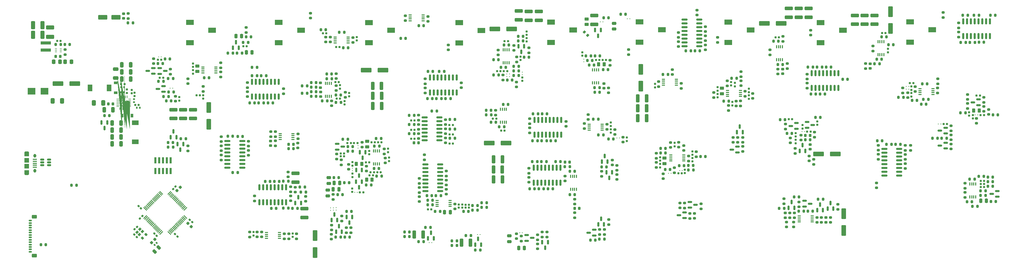
<source format=gtp>
G04 #@! TF.GenerationSoftware,KiCad,Pcbnew,(6.0.10)*
G04 #@! TF.CreationDate,2024-12-22T14:36:44+01:00*
G04 #@! TF.ProjectId,3_12_2024_MainBoardMCUwInstruments,335f3132-5f32-4303-9234-5f4d61696e42,rev?*
G04 #@! TF.SameCoordinates,Original*
G04 #@! TF.FileFunction,Paste,Top*
G04 #@! TF.FilePolarity,Positive*
%FSLAX46Y46*%
G04 Gerber Fmt 4.6, Leading zero omitted, Abs format (unit mm)*
G04 Created by KiCad (PCBNEW (6.0.10)) date 2024-12-22 14:36:44*
%MOMM*%
%LPD*%
G01*
G04 APERTURE LIST*
G04 Aperture macros list*
%AMRoundRect*
0 Rectangle with rounded corners*
0 $1 Rounding radius*
0 $2 $3 $4 $5 $6 $7 $8 $9 X,Y pos of 4 corners*
0 Add a 4 corners polygon primitive as box body*
4,1,4,$2,$3,$4,$5,$6,$7,$8,$9,$2,$3,0*
0 Add four circle primitives for the rounded corners*
1,1,$1+$1,$2,$3*
1,1,$1+$1,$4,$5*
1,1,$1+$1,$6,$7*
1,1,$1+$1,$8,$9*
0 Add four rect primitives between the rounded corners*
20,1,$1+$1,$2,$3,$4,$5,0*
20,1,$1+$1,$4,$5,$6,$7,0*
20,1,$1+$1,$6,$7,$8,$9,0*
20,1,$1+$1,$8,$9,$2,$3,0*%
%AMRotRect*
0 Rectangle, with rotation*
0 The origin of the aperture is its center*
0 $1 length*
0 $2 width*
0 $3 Rotation angle, in degrees counterclockwise*
0 Add horizontal line*
21,1,$1,$2,0,0,$3*%
%AMFreePoly0*
4,1,57,0.194009,0.449029,0.214144,0.449029,0.231583,0.438961,0.251037,0.433748,0.265277,0.419508,0.282717,0.409439,0.409439,0.282717,0.419508,0.265277,0.433748,0.251037,0.438960,0.231585,0.449030,0.214144,0.449030,0.194005,0.454242,0.174554,0.454242,-0.174554,0.449030,-0.194005,0.449030,-0.214144,0.438960,-0.231585,0.433748,-0.251037,0.419508,-0.265277,0.409439,-0.282717,
0.282717,-0.409439,0.265277,-0.419508,0.251037,-0.433748,0.231583,-0.438961,0.214144,-0.449029,0.194009,-0.449029,0.174554,-0.454242,-0.174554,-0.454242,-0.194005,-0.449030,-0.214144,-0.449030,-0.231585,-0.438960,-0.251037,-0.433748,-0.265277,-0.419508,-0.282717,-0.409439,-0.409439,-0.282717,-0.419508,-0.265277,-0.433748,-0.251037,-0.438961,-0.231583,-0.449029,-0.214144,-0.449029,-0.194009,
-0.454242,-0.174554,-0.454242,0.174554,-0.449029,0.194009,-0.449029,0.214144,-0.438961,0.231583,-0.433748,0.251037,-0.419508,0.265277,-0.409439,0.282717,-0.282717,0.409439,-0.265277,0.419508,-0.251037,0.433748,-0.231585,0.438960,-0.214144,0.449030,-0.194005,0.449030,-0.174554,0.454242,0.174554,0.454242,0.194009,0.449029,0.194009,0.449029,$1*%
G04 Aperture macros list end*
%ADD10R,0.711200X0.228600*%
%ADD11R,2.600000X1.800000*%
%ADD12RoundRect,0.250000X-0.325000X-1.100000X0.325000X-1.100000X0.325000X1.100000X-0.325000X1.100000X0*%
%ADD13R,0.250000X0.360000*%
%ADD14RoundRect,0.250000X-0.262500X-0.450000X0.262500X-0.450000X0.262500X0.450000X-0.262500X0.450000X0*%
%ADD15RoundRect,0.200000X-0.275000X0.200000X-0.275000X-0.200000X0.275000X-0.200000X0.275000X0.200000X0*%
%ADD16RoundRect,0.250000X-0.325000X-0.650000X0.325000X-0.650000X0.325000X0.650000X-0.325000X0.650000X0*%
%ADD17R,0.360000X0.250000*%
%ADD18RoundRect,0.135000X-0.135000X-0.185000X0.135000X-0.185000X0.135000X0.185000X-0.135000X0.185000X0*%
%ADD19RoundRect,0.225000X-0.250000X0.225000X-0.250000X-0.225000X0.250000X-0.225000X0.250000X0.225000X0*%
%ADD20RoundRect,0.200000X0.275000X-0.200000X0.275000X0.200000X-0.275000X0.200000X-0.275000X-0.200000X0*%
%ADD21RoundRect,0.250000X-0.250000X-0.475000X0.250000X-0.475000X0.250000X0.475000X-0.250000X0.475000X0*%
%ADD22RoundRect,0.200000X-0.200000X-0.275000X0.200000X-0.275000X0.200000X0.275000X-0.200000X0.275000X0*%
%ADD23RoundRect,0.225000X-0.225000X-0.250000X0.225000X-0.250000X0.225000X0.250000X-0.225000X0.250000X0*%
%ADD24RoundRect,0.155000X0.212500X0.155000X-0.212500X0.155000X-0.212500X-0.155000X0.212500X-0.155000X0*%
%ADD25RoundRect,0.155000X0.155000X-0.212500X0.155000X0.212500X-0.155000X0.212500X-0.155000X-0.212500X0*%
%ADD26RoundRect,0.250000X1.100000X-0.325000X1.100000X0.325000X-1.100000X0.325000X-1.100000X-0.325000X0*%
%ADD27RoundRect,0.150000X0.587500X0.150000X-0.587500X0.150000X-0.587500X-0.150000X0.587500X-0.150000X0*%
%ADD28RoundRect,0.155000X-0.155000X0.212500X-0.155000X-0.212500X0.155000X-0.212500X0.155000X0.212500X0*%
%ADD29RoundRect,0.155000X-0.212500X-0.155000X0.212500X-0.155000X0.212500X0.155000X-0.212500X0.155000X0*%
%ADD30RoundRect,0.200000X0.200000X0.275000X-0.200000X0.275000X-0.200000X-0.275000X0.200000X-0.275000X0*%
%ADD31RoundRect,0.225000X0.250000X-0.225000X0.250000X0.225000X-0.250000X0.225000X-0.250000X-0.225000X0*%
%ADD32RoundRect,0.250000X1.100000X-0.412500X1.100000X0.412500X-1.100000X0.412500X-1.100000X-0.412500X0*%
%ADD33RoundRect,0.150000X-0.825000X-0.150000X0.825000X-0.150000X0.825000X0.150000X-0.825000X0.150000X0*%
%ADD34RoundRect,0.150000X0.825000X0.150000X-0.825000X0.150000X-0.825000X-0.150000X0.825000X-0.150000X0*%
%ADD35R,1.100000X0.400000*%
%ADD36RoundRect,0.250000X-0.550000X1.500000X-0.550000X-1.500000X0.550000X-1.500000X0.550000X1.500000X0*%
%ADD37RoundRect,0.155000X0.259862X-0.040659X-0.040659X0.259862X-0.259862X0.040659X0.040659X-0.259862X0*%
%ADD38RoundRect,0.150000X-0.150000X0.587500X-0.150000X-0.587500X0.150000X-0.587500X0.150000X0.587500X0*%
%ADD39RoundRect,0.250000X-0.475000X0.250000X-0.475000X-0.250000X0.475000X-0.250000X0.475000X0.250000X0*%
%ADD40RoundRect,0.200000X-0.335876X-0.053033X-0.053033X-0.335876X0.335876X0.053033X0.053033X0.335876X0*%
%ADD41RoundRect,0.250000X0.262500X0.450000X-0.262500X0.450000X-0.262500X-0.450000X0.262500X-0.450000X0*%
%ADD42R,0.400000X1.100000*%
%ADD43RoundRect,0.125000X-0.425000X0.125000X-0.425000X-0.125000X0.425000X-0.125000X0.425000X0.125000X0*%
%ADD44RoundRect,0.250000X-0.600000X0.350000X-0.600000X-0.350000X0.600000X-0.350000X0.600000X0.350000X0*%
%ADD45RoundRect,0.250000X1.500000X0.550000X-1.500000X0.550000X-1.500000X-0.550000X1.500000X-0.550000X0*%
%ADD46RoundRect,0.250000X0.325000X0.650000X-0.325000X0.650000X-0.325000X-0.650000X0.325000X-0.650000X0*%
%ADD47RoundRect,0.150000X-0.587500X-0.150000X0.587500X-0.150000X0.587500X0.150000X-0.587500X0.150000X0*%
%ADD48RoundRect,0.150000X-0.150000X0.825000X-0.150000X-0.825000X0.150000X-0.825000X0.150000X0.825000X0*%
%ADD49RoundRect,0.250000X0.412500X1.100000X-0.412500X1.100000X-0.412500X-1.100000X0.412500X-1.100000X0*%
%ADD50RoundRect,0.150000X0.150000X-0.587500X0.150000X0.587500X-0.150000X0.587500X-0.150000X-0.587500X0*%
%ADD51RoundRect,0.250000X0.250000X0.475000X-0.250000X0.475000X-0.250000X-0.475000X0.250000X-0.475000X0*%
%ADD52RoundRect,0.225000X-0.017678X0.335876X-0.335876X0.017678X0.017678X-0.335876X0.335876X-0.017678X0*%
%ADD53RoundRect,0.250000X0.325000X1.100000X-0.325000X1.100000X-0.325000X-1.100000X0.325000X-1.100000X0*%
%ADD54RoundRect,0.250000X-0.337500X-0.475000X0.337500X-0.475000X0.337500X0.475000X-0.337500X0.475000X0*%
%ADD55RoundRect,0.250000X-1.100000X0.325000X-1.100000X-0.325000X1.100000X-0.325000X1.100000X0.325000X0*%
%ADD56R,1.200000X0.900000*%
%ADD57RoundRect,0.250000X-0.412500X-0.650000X0.412500X-0.650000X0.412500X0.650000X-0.412500X0.650000X0*%
%ADD58RoundRect,0.150000X-0.512500X-0.150000X0.512500X-0.150000X0.512500X0.150000X-0.512500X0.150000X0*%
%ADD59R,1.500000X2.200000*%
%ADD60RoundRect,0.155000X-0.259862X0.040659X0.040659X-0.259862X0.259862X-0.040659X-0.040659X0.259862X0*%
%ADD61R,2.200000X1.500000*%
%ADD62RoundRect,0.135000X0.135000X0.185000X-0.135000X0.185000X-0.135000X-0.185000X0.135000X-0.185000X0*%
%ADD63R,3.400000X0.980000*%
%ADD64RoundRect,0.250000X0.475000X-0.250000X0.475000X0.250000X-0.475000X0.250000X-0.475000X-0.250000X0*%
%ADD65RoundRect,0.155000X-0.040659X-0.259862X0.259862X0.040659X0.040659X0.259862X-0.259862X-0.040659X0*%
%ADD66RoundRect,0.225000X0.225000X0.250000X-0.225000X0.250000X-0.225000X-0.250000X0.225000X-0.250000X0*%
%ADD67RoundRect,0.250000X0.550000X-1.500000X0.550000X1.500000X-0.550000X1.500000X-0.550000X-1.500000X0*%
%ADD68RoundRect,0.250000X-0.650000X0.325000X-0.650000X-0.325000X0.650000X-0.325000X0.650000X0.325000X0*%
%ADD69RoundRect,0.135000X-0.185000X0.135000X-0.185000X-0.135000X0.185000X-0.135000X0.185000X0.135000X0*%
%ADD70RoundRect,0.225000X-0.335876X-0.017678X-0.017678X-0.335876X0.335876X0.017678X0.017678X0.335876X0*%
%ADD71RoundRect,0.155000X0.040659X0.259862X-0.259862X-0.040659X-0.040659X-0.259862X0.259862X0.040659X0*%
%ADD72RoundRect,0.250000X-1.500000X-0.550000X1.500000X-0.550000X1.500000X0.550000X-1.500000X0.550000X0*%
%ADD73R,0.750000X2.100000*%
%ADD74RoundRect,0.250000X-0.450000X0.262500X-0.450000X-0.262500X0.450000X-0.262500X0.450000X0.262500X0*%
%ADD75RoundRect,0.150000X0.150000X-0.825000X0.150000X0.825000X-0.150000X0.825000X-0.150000X-0.825000X0*%
%ADD76R,0.900000X1.200000*%
%ADD77RoundRect,0.250000X0.450000X-0.262500X0.450000X0.262500X-0.450000X0.262500X-0.450000X-0.262500X0*%
%ADD78RoundRect,0.250000X-0.159099X0.512652X-0.512652X0.159099X0.159099X-0.512652X0.512652X-0.159099X0*%
%ADD79R,2.500000X2.300000*%
%ADD80RoundRect,0.250000X0.337500X0.475000X-0.337500X0.475000X-0.337500X-0.475000X0.337500X-0.475000X0*%
%ADD81RoundRect,0.200000X0.053033X-0.335876X0.335876X-0.053033X-0.053033X0.335876X-0.335876X0.053033X0*%
%ADD82O,0.950000X1.250000*%
%ADD83O,1.550000X0.890000*%
%ADD84R,1.350000X0.400000*%
%ADD85R,1.550000X1.500000*%
%ADD86R,1.550000X1.200000*%
%ADD87RoundRect,0.147500X0.017678X-0.226274X0.226274X-0.017678X-0.017678X0.226274X-0.226274X0.017678X0*%
%ADD88RoundRect,0.250000X1.250000X0.550000X-1.250000X0.550000X-1.250000X-0.550000X1.250000X-0.550000X0*%
%ADD89RoundRect,0.225000X0.017678X-0.335876X0.335876X-0.017678X-0.017678X0.335876X-0.335876X0.017678X0*%
%ADD90FreePoly0,0.000000*%
%ADD91RoundRect,0.062500X-0.325000X-0.062500X0.325000X-0.062500X0.325000X0.062500X-0.325000X0.062500X0*%
%ADD92RoundRect,0.062500X-0.062500X-0.325000X0.062500X-0.325000X0.062500X0.325000X-0.062500X0.325000X0*%
%ADD93RoundRect,0.075000X-0.441942X-0.548008X0.548008X0.441942X0.441942X0.548008X-0.548008X-0.441942X0*%
%ADD94RoundRect,0.075000X0.441942X-0.548008X0.548008X-0.441942X-0.441942X0.548008X-0.548008X0.441942X0*%
%ADD95RotRect,0.900000X0.800000X225.000000*%
G04 APERTURE END LIST*
D10*
X58389837Y-142155474D03*
X58389837Y-142655600D03*
X58389837Y-143155726D03*
X59990037Y-143155726D03*
X59990037Y-142655600D03*
X59990037Y-142155474D03*
D11*
X103000000Y-133350000D03*
X103000000Y-140100000D03*
X110400000Y-135950000D03*
X200100000Y-136050000D03*
X192700000Y-140200000D03*
X192700000Y-133450000D03*
X320450000Y-136000000D03*
X313050000Y-140150000D03*
X313050000Y-133400000D03*
X170050000Y-136000000D03*
X162650000Y-140150000D03*
X162650000Y-133400000D03*
X230650000Y-135850000D03*
X223250000Y-140000000D03*
X223250000Y-133250000D03*
X260150000Y-135800000D03*
X252750000Y-139950000D03*
X252750000Y-133200000D03*
X289700000Y-135850000D03*
X282300000Y-140000000D03*
X282300000Y-133250000D03*
X140000000Y-135950000D03*
X132600000Y-140100000D03*
X132600000Y-133350000D03*
X350200000Y-135800000D03*
X342800000Y-139950000D03*
X342800000Y-133200000D03*
D12*
X193450000Y-206775000D03*
X196400000Y-206775000D03*
D13*
X208520000Y-151365000D03*
X208520000Y-150525000D03*
D14*
X158451119Y-180511119D03*
X160276119Y-180511119D03*
D15*
X273200000Y-193812500D03*
X273200000Y-195462500D03*
D16*
X77150000Y-171500000D03*
X80100000Y-171500000D03*
D17*
X307682500Y-169730000D03*
X306842500Y-169730000D03*
D18*
X85322500Y-161800000D03*
X86342500Y-161800000D03*
D13*
X209490000Y-150492500D03*
X209490000Y-151332500D03*
D19*
X300415000Y-148887500D03*
X300415000Y-150437500D03*
D20*
X282356250Y-162712500D03*
X282356250Y-161062500D03*
D21*
X366349500Y-192770500D03*
X368249500Y-192770500D03*
D15*
X243644000Y-179206250D03*
X243644000Y-180856250D03*
D22*
X220065000Y-179766231D03*
X221715000Y-179766231D03*
D23*
X227895000Y-179885000D03*
X229445000Y-179885000D03*
D20*
X122935392Y-204857500D03*
X122935392Y-203207500D03*
D24*
X367482000Y-186180500D03*
X366347000Y-186180500D03*
D25*
X259577500Y-181662500D03*
X259577500Y-180527500D03*
D26*
X100775000Y-165375000D03*
X100775000Y-162425000D03*
D27*
X94222500Y-156460000D03*
X94222500Y-154560000D03*
X92347500Y-155510000D03*
D15*
X174790000Y-131105000D03*
X174790000Y-132755000D03*
D28*
X289136250Y-155470000D03*
X289136250Y-156605000D03*
D29*
X155456119Y-173531119D03*
X156591119Y-173531119D03*
D30*
X213985000Y-138002500D03*
X212335000Y-138002500D03*
D31*
X146520000Y-158068750D03*
X146520000Y-156518750D03*
D15*
X341229000Y-180374000D03*
X341229000Y-182024000D03*
D30*
X183925000Y-149700000D03*
X182275000Y-149700000D03*
D22*
X268985000Y-180990000D03*
X270635000Y-180990000D03*
X121712500Y-138150000D03*
X123362500Y-138150000D03*
D20*
X367400000Y-163002500D03*
X367400000Y-161352500D03*
D29*
X120795000Y-141275000D03*
X121930000Y-141275000D03*
D15*
X153443619Y-179186119D03*
X153443619Y-180836119D03*
D13*
X158973619Y-175261119D03*
X158973619Y-174421119D03*
D22*
X366269500Y-189460500D03*
X367919500Y-189460500D03*
D20*
X155873619Y-182296119D03*
X155873619Y-180646119D03*
D23*
X75875000Y-160550000D03*
X77425000Y-160550000D03*
D15*
X113250000Y-149867500D03*
X113250000Y-151517500D03*
D22*
X237905000Y-144500000D03*
X239555000Y-144500000D03*
D20*
X318750000Y-195625000D03*
X318750000Y-193975000D03*
X113439500Y-176137750D03*
X113439500Y-174487750D03*
D32*
X56500000Y-138162500D03*
X56500000Y-135037500D03*
D12*
X204100000Y-182350000D03*
X207050000Y-182350000D03*
D33*
X267715000Y-132377500D03*
X267715000Y-133647500D03*
X267715000Y-134917500D03*
X267715000Y-136187500D03*
X267715000Y-137457500D03*
X267715000Y-138727500D03*
X267715000Y-139997500D03*
X267715000Y-141267500D03*
X272665000Y-141267500D03*
X272665000Y-139997500D03*
X272665000Y-138727500D03*
X272665000Y-137457500D03*
X272665000Y-136187500D03*
X272665000Y-134917500D03*
X272665000Y-133647500D03*
X272665000Y-132377500D03*
D28*
X213110000Y-144735000D03*
X213110000Y-145870000D03*
D30*
X201819608Y-194997370D03*
X200169608Y-194997370D03*
D27*
X267685000Y-198567500D03*
X267685000Y-196667500D03*
X265810000Y-197617500D03*
D22*
X359615000Y-163520000D03*
X361265000Y-163520000D03*
X115614500Y-171312750D03*
X117264500Y-171312750D03*
D15*
X151700000Y-154408750D03*
X151700000Y-156058750D03*
X181375000Y-152175000D03*
X181375000Y-153825000D03*
D20*
X136567500Y-192800000D03*
X136567500Y-191150000D03*
D25*
X311875000Y-167482500D03*
X311875000Y-166347500D03*
D34*
X120454500Y-181772750D03*
X120454500Y-180502750D03*
X120454500Y-179232750D03*
X120454500Y-177962750D03*
X120454500Y-176692750D03*
X120454500Y-175422750D03*
X120454500Y-174152750D03*
X120454500Y-172882750D03*
X115504500Y-172882750D03*
X115504500Y-174152750D03*
X115504500Y-175422750D03*
X115504500Y-176692750D03*
X115504500Y-177962750D03*
X115504500Y-179232750D03*
X115504500Y-180502750D03*
X115504500Y-181772750D03*
D13*
X234190000Y-146470000D03*
X234190000Y-145630000D03*
D35*
X305915000Y-197875000D03*
X305915000Y-198525000D03*
X305915000Y-199175000D03*
X305915000Y-199825000D03*
X310215000Y-199825000D03*
X310215000Y-199175000D03*
X310215000Y-198525000D03*
X310215000Y-197875000D03*
D28*
X104050000Y-147050000D03*
X104050000Y-148185000D03*
D30*
X138832500Y-195275000D03*
X137182500Y-195275000D03*
D20*
X122489500Y-174587750D03*
X122489500Y-172937750D03*
D25*
X152960000Y-155411250D03*
X152960000Y-154276250D03*
D30*
X94215000Y-153015000D03*
X92565000Y-153015000D03*
X201819608Y-193472370D03*
X200169608Y-193472370D03*
D36*
X253135000Y-148965000D03*
X253135000Y-154565000D03*
D22*
X298770000Y-147407500D03*
X300420000Y-147407500D03*
D29*
X194777108Y-195062370D03*
X195912108Y-195062370D03*
D22*
X268155000Y-142802500D03*
X269805000Y-142802500D03*
D20*
X242463750Y-200727500D03*
X242463750Y-199077500D03*
D15*
X220337500Y-203225000D03*
X220337500Y-204875000D03*
D24*
X166541119Y-183281119D03*
X165406119Y-183281119D03*
D20*
X129925000Y-171430000D03*
X129925000Y-169780000D03*
D17*
X96457500Y-155260000D03*
X97297500Y-155260000D03*
D22*
X189600000Y-171913489D03*
X191250000Y-171913489D03*
D37*
X91951283Y-204476283D03*
X91148717Y-203673717D03*
D38*
X160283619Y-182533619D03*
X158383619Y-182533619D03*
X159333619Y-184408619D03*
D22*
X364072500Y-130972500D03*
X365722500Y-130972500D03*
D20*
X98231250Y-159610000D03*
X98231250Y-157960000D03*
D15*
X157321250Y-138400000D03*
X157321250Y-140050000D03*
D35*
X346100000Y-155435000D03*
X346100000Y-156085000D03*
X346100000Y-156735000D03*
X346100000Y-157385000D03*
X350400000Y-157385000D03*
X350400000Y-156735000D03*
X350400000Y-156085000D03*
X350400000Y-155435000D03*
D17*
X182730000Y-206775000D03*
X183570000Y-206775000D03*
D22*
X280766250Y-159617500D03*
X282416250Y-159617500D03*
D29*
X298002500Y-138370000D03*
X299137500Y-138370000D03*
D22*
X190275000Y-207650000D03*
X191925000Y-207650000D03*
D37*
X85316271Y-204874216D03*
X84513705Y-204071650D03*
D39*
X149233619Y-185088619D03*
X149233619Y-186988619D03*
D40*
X234316637Y-136516637D03*
X235483363Y-137683363D03*
D15*
X134200000Y-155475000D03*
X134200000Y-157125000D03*
D20*
X150175000Y-161138750D03*
X150175000Y-159488750D03*
X298805000Y-150550000D03*
X298805000Y-148900000D03*
D30*
X142052500Y-154485000D03*
X140402500Y-154485000D03*
D22*
X240775000Y-131850000D03*
X242425000Y-131850000D03*
D28*
X104050000Y-149275000D03*
X104050000Y-150410000D03*
D41*
X163676119Y-185781119D03*
X161851119Y-185781119D03*
D30*
X362022500Y-130972500D03*
X360372500Y-130972500D03*
D25*
X158571250Y-139392500D03*
X158571250Y-138257500D03*
D20*
X316350000Y-200000000D03*
X316350000Y-198350000D03*
D42*
X207305000Y-146772500D03*
X207955000Y-146772500D03*
X208605000Y-146772500D03*
X209255000Y-146772500D03*
X209255000Y-142472500D03*
X208605000Y-142472500D03*
X207955000Y-142472500D03*
X207305000Y-142472500D03*
D30*
X363392000Y-193098000D03*
X361742000Y-193098000D03*
D20*
X352000000Y-156860000D03*
X352000000Y-155210000D03*
D22*
X174475000Y-203150000D03*
X176125000Y-203150000D03*
D29*
X58832500Y-139500000D03*
X59967500Y-139500000D03*
D20*
X138985000Y-172135000D03*
X138985000Y-170485000D03*
D15*
X240134000Y-182976250D03*
X240134000Y-184626250D03*
D20*
X188125000Y-167413489D03*
X188125000Y-165763489D03*
D30*
X220845000Y-188766231D03*
X219195000Y-188766231D03*
D13*
X157143619Y-181971119D03*
X157143619Y-182811119D03*
D20*
X356419500Y-175504750D03*
X356419500Y-173854750D03*
D22*
X350294500Y-171929750D03*
X351944500Y-171929750D03*
D30*
X218685000Y-179776231D03*
X217035000Y-179776231D03*
D20*
X342025000Y-158435000D03*
X342025000Y-156785000D03*
D30*
X300900000Y-195325000D03*
X299250000Y-195325000D03*
D29*
X153226119Y-176991119D03*
X154361119Y-176991119D03*
D30*
X153295000Y-159993750D03*
X151645000Y-159993750D03*
D20*
X138485392Y-205457500D03*
X138485392Y-203807500D03*
X107400000Y-156367500D03*
X107400000Y-154717500D03*
D22*
X155598619Y-176301119D03*
X157248619Y-176301119D03*
D20*
X179125000Y-172038489D03*
X179125000Y-170388489D03*
D30*
X183819608Y-192622370D03*
X182169608Y-192622370D03*
X63000000Y-140700000D03*
X61350000Y-140700000D03*
D29*
X308562500Y-169730000D03*
X309697500Y-169730000D03*
D24*
X94107500Y-151765000D03*
X92972500Y-151765000D03*
D15*
X271577500Y-176465000D03*
X271577500Y-178115000D03*
D30*
X65255000Y-187590000D03*
X63605000Y-187590000D03*
X101670625Y-172087500D03*
X100020625Y-172087500D03*
D43*
X49862500Y-199387500D03*
X49862500Y-200187500D03*
X49862500Y-200987500D03*
X49862500Y-201787500D03*
X49862500Y-202587500D03*
X49862500Y-203387500D03*
X49862500Y-204187500D03*
X49862500Y-204987500D03*
X49862500Y-205787500D03*
X49862500Y-206587500D03*
X49862500Y-207387500D03*
X49862500Y-208187500D03*
X49862500Y-208987500D03*
X49862500Y-209787500D03*
D44*
X51262500Y-211087500D03*
X51262500Y-198087500D03*
D33*
X181399608Y-180682370D03*
X181399608Y-181952370D03*
X181399608Y-183222370D03*
X181399608Y-184492370D03*
X181399608Y-185762370D03*
X181399608Y-187032370D03*
X181399608Y-188302370D03*
X181399608Y-189572370D03*
X186349608Y-189572370D03*
X186349608Y-188302370D03*
X186349608Y-187032370D03*
X186349608Y-185762370D03*
X186349608Y-184492370D03*
X186349608Y-183222370D03*
X186349608Y-181952370D03*
X186349608Y-180682370D03*
D22*
X235345000Y-146040000D03*
X236995000Y-146040000D03*
D45*
X64725000Y-153775000D03*
X59125000Y-153775000D03*
D27*
X285366250Y-176667500D03*
X285366250Y-174767500D03*
X283491250Y-175717500D03*
D22*
X207565000Y-140872500D03*
X209215000Y-140872500D03*
D46*
X83275000Y-147500000D03*
X80325000Y-147500000D03*
D16*
X77150000Y-166900000D03*
X80100000Y-166900000D03*
D30*
X186750000Y-158700000D03*
X185100000Y-158700000D03*
D29*
X240442500Y-145840000D03*
X241577500Y-145840000D03*
D47*
X269500000Y-193187500D03*
X269500000Y-195087500D03*
X271375000Y-194137500D03*
D29*
X105207500Y-157625000D03*
X106342500Y-157625000D03*
X159626119Y-190021119D03*
X160761119Y-190021119D03*
D21*
X121837500Y-143325000D03*
X123737500Y-143325000D03*
D48*
X191820000Y-151725000D03*
X190550000Y-151725000D03*
X189280000Y-151725000D03*
X188010000Y-151725000D03*
X186740000Y-151725000D03*
X185470000Y-151725000D03*
X184200000Y-151725000D03*
X182930000Y-151725000D03*
X182930000Y-156675000D03*
X184200000Y-156675000D03*
X185470000Y-156675000D03*
X186740000Y-156675000D03*
X188010000Y-156675000D03*
X189280000Y-156675000D03*
X190550000Y-156675000D03*
X191820000Y-156675000D03*
X369377500Y-133002500D03*
X368107500Y-133002500D03*
X366837500Y-133002500D03*
X365567500Y-133002500D03*
X364297500Y-133002500D03*
X363027500Y-133002500D03*
X361757500Y-133002500D03*
X360487500Y-133002500D03*
X360487500Y-137952500D03*
X361757500Y-137952500D03*
X363027500Y-137952500D03*
X364297500Y-137952500D03*
X365567500Y-137952500D03*
X366837500Y-137952500D03*
X368107500Y-137952500D03*
X369377500Y-137952500D03*
D15*
X205670000Y-142557500D03*
X205670000Y-144207500D03*
D30*
X180875000Y-134470000D03*
X179225000Y-134470000D03*
D29*
X206662500Y-169440000D03*
X207797500Y-169440000D03*
D15*
X301625000Y-199875000D03*
X301625000Y-201525000D03*
D49*
X53962500Y-134250000D03*
X50837500Y-134250000D03*
D22*
X210835000Y-149502500D03*
X212485000Y-149502500D03*
D20*
X242400000Y-156795000D03*
X242400000Y-155145000D03*
D35*
X151385000Y-138235000D03*
X151385000Y-138885000D03*
X151385000Y-139535000D03*
X151385000Y-140185000D03*
X155685000Y-140185000D03*
X155685000Y-139535000D03*
X155685000Y-138885000D03*
X155685000Y-138235000D03*
D22*
X128092500Y-186300000D03*
X129742500Y-186300000D03*
D13*
X149830000Y-195112500D03*
X149830000Y-195952500D03*
D20*
X361097000Y-191643000D03*
X361097000Y-189993000D03*
D30*
X272825000Y-142802500D03*
X271175000Y-142802500D03*
D24*
X190567500Y-167513489D03*
X189432500Y-167513489D03*
D20*
X305825000Y-194850000D03*
X305825000Y-193200000D03*
D50*
X239013750Y-200650000D03*
X240913750Y-200650000D03*
X239963750Y-198775000D03*
D30*
X217795000Y-188776231D03*
X216145000Y-188776231D03*
D22*
X311832500Y-148222500D03*
X313482500Y-148222500D03*
D36*
X320700400Y-197098000D03*
X320700400Y-202698000D03*
D15*
X301955000Y-147057500D03*
X301955000Y-148707500D03*
D22*
X366274500Y-190980500D03*
X367924500Y-190980500D03*
D25*
X259577500Y-179432500D03*
X259577500Y-178297500D03*
D22*
X181924608Y-191102370D03*
X183574608Y-191102370D03*
D42*
X229795000Y-188960000D03*
X230445000Y-188960000D03*
X231095000Y-188960000D03*
X231745000Y-188960000D03*
X231745000Y-184660000D03*
X231095000Y-184660000D03*
X230445000Y-184660000D03*
X229795000Y-184660000D03*
D25*
X284446250Y-154645000D03*
X284446250Y-153510000D03*
D30*
X313850000Y-192275000D03*
X312200000Y-192275000D03*
X310425000Y-196275000D03*
X308775000Y-196275000D03*
D51*
X214412500Y-208550000D03*
X212512500Y-208550000D03*
D35*
X128555392Y-203347500D03*
X128555392Y-203997500D03*
X128555392Y-204647500D03*
X128555392Y-205297500D03*
X132855392Y-205297500D03*
X132855392Y-204647500D03*
X132855392Y-203997500D03*
X132855392Y-203347500D03*
D20*
X143150000Y-131925000D03*
X143150000Y-130275000D03*
D30*
X165978619Y-182031119D03*
X164328619Y-182031119D03*
D25*
X363700000Y-165370000D03*
X363700000Y-164235000D03*
D22*
X155177892Y-196362630D03*
X156827892Y-196362630D03*
D30*
X307400000Y-196275000D03*
X305750000Y-196275000D03*
D42*
X334055000Y-139755000D03*
X333405000Y-139755000D03*
X332755000Y-139755000D03*
X332105000Y-139755000D03*
X332105000Y-144055000D03*
X332755000Y-144055000D03*
X333405000Y-144055000D03*
X334055000Y-144055000D03*
D15*
X267707500Y-193542500D03*
X267707500Y-195192500D03*
D25*
X343275000Y-158052500D03*
X343275000Y-156917500D03*
D38*
X160263619Y-186453619D03*
X158363619Y-186453619D03*
X159313619Y-188328619D03*
D20*
X304075000Y-201525000D03*
X304075000Y-199875000D03*
D25*
X335450000Y-143317500D03*
X335450000Y-142182500D03*
D20*
X361925000Y-162027500D03*
X361925000Y-160377500D03*
D22*
X369535000Y-130970000D03*
X371185000Y-130970000D03*
D20*
X215860000Y-143467500D03*
X215860000Y-141817500D03*
D22*
X139972500Y-189865000D03*
X141622500Y-189865000D03*
X139632500Y-188235000D03*
X141282500Y-188235000D03*
D52*
X91373008Y-205651992D03*
X90276992Y-206748008D03*
D20*
X269037500Y-179535000D03*
X269037500Y-177885000D03*
D22*
X331715000Y-145640000D03*
X333365000Y-145640000D03*
D20*
X341229000Y-175994000D03*
X341229000Y-174344000D03*
D47*
X307677500Y-192800000D03*
X307677500Y-194700000D03*
X309552500Y-193750000D03*
D22*
X265935000Y-181130000D03*
X267585000Y-181130000D03*
D20*
X154780000Y-158288750D03*
X154780000Y-156638750D03*
D15*
X141557500Y-191300000D03*
X141557500Y-192950000D03*
D22*
X259752500Y-175350000D03*
X261402500Y-175350000D03*
D20*
X302775000Y-198475000D03*
X302775000Y-196825000D03*
D53*
X166850000Y-161225000D03*
X163900000Y-161225000D03*
D20*
X134455392Y-205437500D03*
X134455392Y-203787500D03*
D30*
X124550000Y-160150000D03*
X122900000Y-160150000D03*
D20*
X231140000Y-193880000D03*
X231140000Y-192230000D03*
X290416250Y-158662500D03*
X290416250Y-157012500D03*
X264340000Y-183425000D03*
X264340000Y-181775000D03*
D26*
X97525000Y-165375000D03*
X97525000Y-162425000D03*
D22*
X234875000Y-144500000D03*
X236525000Y-144500000D03*
D27*
X354632000Y-175354750D03*
X354632000Y-173454750D03*
X352757000Y-174404750D03*
D20*
X353780000Y-131705000D03*
X353780000Y-130055000D03*
D54*
X61500000Y-146450000D03*
X63575000Y-146450000D03*
D22*
X207345000Y-160690000D03*
X208995000Y-160690000D03*
D21*
X150723619Y-188968619D03*
X152623619Y-188968619D03*
D15*
X331675000Y-186850000D03*
X331675000Y-188500000D03*
D29*
X364932500Y-157752500D03*
X366067500Y-157752500D03*
D25*
X99481250Y-159402500D03*
X99481250Y-158267500D03*
X283186250Y-154375000D03*
X283186250Y-153240000D03*
D55*
X305750000Y-128700000D03*
X305750000Y-131650000D03*
D17*
X262380000Y-183600000D03*
X263220000Y-183600000D03*
D30*
X339636500Y-173954000D03*
X337986500Y-173954000D03*
D20*
X364947200Y-166991800D03*
X364947200Y-165341800D03*
D22*
X208700000Y-152552500D03*
X210350000Y-152552500D03*
D20*
X121787500Y-136687500D03*
X121787500Y-135037500D03*
D48*
X132620000Y-153150000D03*
X131350000Y-153150000D03*
X130080000Y-153150000D03*
X128810000Y-153150000D03*
X127540000Y-153150000D03*
X126270000Y-153150000D03*
X125000000Y-153150000D03*
X123730000Y-153150000D03*
X123730000Y-158100000D03*
X125000000Y-158100000D03*
X126270000Y-158100000D03*
X127540000Y-158100000D03*
X128810000Y-158100000D03*
X130080000Y-158100000D03*
X131350000Y-158100000D03*
X132620000Y-158100000D03*
D19*
X129915000Y-172880000D03*
X129915000Y-174430000D03*
D30*
X157258619Y-174781119D03*
X155608619Y-174781119D03*
X145062500Y-153415000D03*
X143412500Y-153415000D03*
D20*
X160318750Y-174936119D03*
X160318750Y-173286119D03*
D28*
X264412500Y-173512500D03*
X264412500Y-174647500D03*
D20*
X249090000Y-144075000D03*
X249090000Y-142425000D03*
D30*
X333526500Y-172774000D03*
X331876500Y-172774000D03*
D56*
X78300000Y-153500000D03*
X78300000Y-156800000D03*
D20*
X150190000Y-202545000D03*
X150190000Y-200895000D03*
X278750000Y-139995000D03*
X278750000Y-138345000D03*
D30*
X310462500Y-148202500D03*
X308812500Y-148202500D03*
D15*
X191234608Y-193867370D03*
X191234608Y-195517370D03*
D42*
X148125000Y-157973750D03*
X148775000Y-157973750D03*
X149425000Y-157973750D03*
X150075000Y-157973750D03*
X150075000Y-153673750D03*
X149425000Y-153673750D03*
X148775000Y-153673750D03*
X148125000Y-153673750D03*
D22*
X58375000Y-140700000D03*
X60025000Y-140700000D03*
D57*
X71037500Y-160200000D03*
X74162500Y-160200000D03*
D38*
X239850000Y-135912500D03*
X237950000Y-135912500D03*
X238900000Y-137787500D03*
D30*
X84065000Y-133520000D03*
X82415000Y-133520000D03*
D22*
X120762500Y-140000000D03*
X122412500Y-140000000D03*
D45*
X167325000Y-149275000D03*
X161725000Y-149275000D03*
D55*
X309025000Y-128700000D03*
X309025000Y-131650000D03*
D22*
X338925000Y-158285000D03*
X340575000Y-158285000D03*
X201697500Y-164185000D03*
X203347500Y-164185000D03*
X153948619Y-172281119D03*
X155598619Y-172281119D03*
D42*
X164128619Y-180471119D03*
X164778619Y-180471119D03*
X165428619Y-180471119D03*
X166078619Y-180471119D03*
X166078619Y-176171119D03*
X165428619Y-176171119D03*
X164778619Y-176171119D03*
X164128619Y-176171119D03*
D22*
X134142500Y-186275000D03*
X135792500Y-186275000D03*
D24*
X190592500Y-170638489D03*
X189457500Y-170638489D03*
D27*
X304995000Y-168807500D03*
X304995000Y-166907500D03*
X303120000Y-167857500D03*
D30*
X238008750Y-205922500D03*
X236358750Y-205922500D03*
D48*
X226365000Y-181791231D03*
X225095000Y-181791231D03*
X223825000Y-181791231D03*
X222555000Y-181791231D03*
X221285000Y-181791231D03*
X220015000Y-181791231D03*
X218745000Y-181791231D03*
X217475000Y-181791231D03*
X217475000Y-186741231D03*
X218745000Y-186741231D03*
X220015000Y-186741231D03*
X221285000Y-186741231D03*
X222555000Y-186741231D03*
X223825000Y-186741231D03*
X225095000Y-186741231D03*
X226365000Y-186741231D03*
D28*
X157113619Y-183731119D03*
X157113619Y-184866119D03*
D22*
X118712500Y-143600000D03*
X120362500Y-143600000D03*
D29*
X176682500Y-169138489D03*
X177817500Y-169138489D03*
D15*
X258297500Y-176955000D03*
X258297500Y-178605000D03*
X301315000Y-167240000D03*
X301315000Y-168890000D03*
D20*
X188150000Y-170463489D03*
X188150000Y-168813489D03*
D58*
X53847500Y-179050000D03*
X53847500Y-180000000D03*
X53847500Y-180950000D03*
X56122500Y-180950000D03*
X56122500Y-180000000D03*
X56122500Y-179050000D03*
D15*
X218787500Y-204125000D03*
X218787500Y-205775000D03*
D59*
X69750000Y-155150000D03*
X76150000Y-155150000D03*
D60*
X102969192Y-199121903D03*
X103771758Y-199924469D03*
D20*
X344525000Y-156410000D03*
X344525000Y-154760000D03*
D22*
X353319500Y-171929750D03*
X354969500Y-171929750D03*
D61*
X84875000Y-166775000D03*
X84875000Y-173175000D03*
D30*
X180825000Y-206400000D03*
X179175000Y-206400000D03*
D55*
X324432299Y-131012299D03*
X324432299Y-133962299D03*
D15*
X361087000Y-186963000D03*
X361087000Y-188613000D03*
D22*
X347225000Y-159010000D03*
X348875000Y-159010000D03*
D45*
X210160000Y-135512500D03*
X204560000Y-135512500D03*
D30*
X166843619Y-184551119D03*
X165193619Y-184551119D03*
X221813000Y-172777000D03*
X220163000Y-172777000D03*
D22*
X173185000Y-138680000D03*
X174835000Y-138680000D03*
D30*
X95922600Y-158038800D03*
X94272600Y-158038800D03*
D28*
X156047500Y-156865000D03*
X156047500Y-158000000D03*
D19*
X329500000Y-147115000D03*
X329500000Y-148665000D03*
D60*
X98073717Y-203898717D03*
X98876283Y-204701283D03*
D30*
X127575000Y-160150000D03*
X125925000Y-160150000D03*
D22*
X174475000Y-204675000D03*
X176125000Y-204675000D03*
D38*
X75500000Y-166712500D03*
X73600000Y-166712500D03*
X74550000Y-168587500D03*
D20*
X245174000Y-185666250D03*
X245174000Y-184016250D03*
X287116250Y-176322500D03*
X287116250Y-174672500D03*
D22*
X53387500Y-207462500D03*
X55037500Y-207462500D03*
D19*
X314825000Y-198400000D03*
X314825000Y-199950000D03*
D62*
X81110000Y-156600000D03*
X80090000Y-156600000D03*
D23*
X307957500Y-170977500D03*
X309507500Y-170977500D03*
D24*
X164621119Y-173331119D03*
X163486119Y-173331119D03*
D50*
X198050000Y-207387500D03*
X199950000Y-207387500D03*
X199000000Y-205512500D03*
D30*
X345112500Y-159372500D03*
X343462500Y-159372500D03*
D20*
X167703619Y-177156119D03*
X167703619Y-175506119D03*
D63*
X55025000Y-142535000D03*
X55025000Y-140165000D03*
D30*
X185225000Y-162863489D03*
X183575000Y-162863489D03*
D64*
X148923619Y-191158619D03*
X148923619Y-189258619D03*
D42*
X208395000Y-162280000D03*
X207745000Y-162280000D03*
X207095000Y-162280000D03*
X206445000Y-162280000D03*
X206445000Y-166580000D03*
X207095000Y-166580000D03*
X207745000Y-166580000D03*
X208395000Y-166580000D03*
D28*
X84600000Y-156782500D03*
X84600000Y-157917500D03*
D15*
X304300000Y-196825000D03*
X304300000Y-198475000D03*
D17*
X245190000Y-171905000D03*
X246030000Y-171905000D03*
D24*
X153007500Y-158763750D03*
X151872500Y-158763750D03*
D27*
X354632000Y-170379750D03*
X354632000Y-168479750D03*
X352757000Y-169429750D03*
D50*
X182325000Y-205287500D03*
X184225000Y-205287500D03*
X183275000Y-203412500D03*
D22*
X181475000Y-201650000D03*
X183125000Y-201650000D03*
D15*
X285406250Y-171655000D03*
X285406250Y-173305000D03*
D53*
X166850000Y-157825000D03*
X163900000Y-157825000D03*
D30*
X212485000Y-151032500D03*
X210835000Y-151032500D03*
D22*
X283381250Y-151927500D03*
X285031250Y-151927500D03*
D53*
X166825000Y-154500000D03*
X163875000Y-154500000D03*
D51*
X152943619Y-186858619D03*
X151043619Y-186858619D03*
D22*
X161738619Y-187541119D03*
X163388619Y-187541119D03*
D15*
X102400000Y-152117500D03*
X102400000Y-153767500D03*
X193350000Y-153475000D03*
X193350000Y-155125000D03*
D17*
X212892500Y-203425000D03*
X213732500Y-203425000D03*
D42*
X300315000Y-141502500D03*
X299665000Y-141502500D03*
X299015000Y-141502500D03*
X298365000Y-141502500D03*
X298365000Y-145802500D03*
X299015000Y-145802500D03*
X299665000Y-145802500D03*
X300315000Y-145802500D03*
D57*
X57337500Y-159475000D03*
X60462500Y-159475000D03*
D20*
X260600000Y-185445000D03*
X260600000Y-183795000D03*
X138127500Y-189900000D03*
X138127500Y-188250000D03*
D26*
X104025000Y-165375000D03*
X104025000Y-162425000D03*
D22*
X184669608Y-196302370D03*
X186319608Y-196302370D03*
D30*
X231165000Y-190715000D03*
X229515000Y-190715000D03*
D17*
X364527200Y-164185600D03*
X365367200Y-164185600D03*
X266122500Y-182670000D03*
X266962500Y-182670000D03*
D30*
X311432500Y-157192500D03*
X309782500Y-157192500D03*
D22*
X148575000Y-150563750D03*
X150225000Y-150563750D03*
D65*
X97418403Y-188858247D03*
X98220969Y-188055681D03*
D20*
X258310000Y-181652500D03*
X258310000Y-180002500D03*
D34*
X339214000Y-184404000D03*
X339214000Y-183134000D03*
X339214000Y-181864000D03*
X339214000Y-180594000D03*
X339214000Y-179324000D03*
X339214000Y-178054000D03*
X339214000Y-176784000D03*
X339214000Y-175514000D03*
X334264000Y-175514000D03*
X334264000Y-176784000D03*
X334264000Y-178054000D03*
X334264000Y-179324000D03*
X334264000Y-180594000D03*
X334264000Y-181864000D03*
X334264000Y-183134000D03*
X334264000Y-184404000D03*
D22*
X368699500Y-187940500D03*
X370349500Y-187940500D03*
D29*
X151727500Y-141530000D03*
X152862500Y-141530000D03*
D47*
X308492500Y-166555000D03*
X308492500Y-168455000D03*
X310367500Y-167505000D03*
D25*
X243190000Y-170122500D03*
X243190000Y-168987500D03*
D30*
X231145000Y-182925000D03*
X229495000Y-182925000D03*
D24*
X367472000Y-187180500D03*
X366337000Y-187180500D03*
D30*
X223885000Y-188766231D03*
X222235000Y-188766231D03*
D26*
X219175000Y-132675000D03*
X219175000Y-129725000D03*
D20*
X308487500Y-155237500D03*
X308487500Y-153587500D03*
D35*
X189644608Y-194657370D03*
X189644608Y-194007370D03*
X189644608Y-193357370D03*
X189644608Y-192707370D03*
X185344608Y-192707370D03*
X185344608Y-193357370D03*
X185344608Y-194007370D03*
X185344608Y-194657370D03*
D30*
X207655000Y-168170000D03*
X206005000Y-168170000D03*
D38*
X100795625Y-173875000D03*
X98895625Y-173875000D03*
X99845625Y-175750000D03*
D31*
X240860000Y-155305000D03*
X240860000Y-153755000D03*
D30*
X120604500Y-171327750D03*
X118954500Y-171327750D03*
D38*
X243624000Y-183293750D03*
X241724000Y-183293750D03*
X242674000Y-185168750D03*
D20*
X269457500Y-198672500D03*
X269457500Y-197022500D03*
D18*
X80090000Y-154900000D03*
X81110000Y-154900000D03*
D23*
X231125000Y-195335000D03*
X232675000Y-195335000D03*
D22*
X152750000Y-136630000D03*
X154400000Y-136630000D03*
D66*
X59875000Y-144650000D03*
X58325000Y-144650000D03*
D30*
X312945000Y-164975000D03*
X311295000Y-164975000D03*
D20*
X153620000Y-199525000D03*
X153620000Y-197875000D03*
D25*
X278731250Y-156100000D03*
X278731250Y-154965000D03*
D24*
X152607500Y-153243750D03*
X151472500Y-153243750D03*
D17*
X239690000Y-133170000D03*
X240530000Y-133170000D03*
D20*
X161833619Y-182886119D03*
X161833619Y-181236119D03*
D30*
X153838619Y-190748619D03*
X152188619Y-190748619D03*
X148740000Y-159543750D03*
X147090000Y-159543750D03*
D35*
X235980000Y-167250000D03*
X235980000Y-167900000D03*
X235980000Y-168550000D03*
X235980000Y-169200000D03*
X240280000Y-169200000D03*
X240280000Y-168550000D03*
X240280000Y-167900000D03*
X240280000Y-167250000D03*
D26*
X237700000Y-134025000D03*
X237700000Y-131075000D03*
D67*
X109300000Y-167300000D03*
X109300000Y-161700000D03*
D15*
X113250000Y-146817500D03*
X113250000Y-148467500D03*
D20*
X179125000Y-165913489D03*
X179125000Y-164263489D03*
D68*
X78300000Y-148925000D03*
X78300000Y-151875000D03*
D20*
X231140000Y-198440000D03*
X231140000Y-196790000D03*
X281936250Y-154502500D03*
X281936250Y-152852500D03*
D50*
X151700000Y-203087500D03*
X153600000Y-203087500D03*
X152650000Y-201212500D03*
D42*
X239055000Y-149152500D03*
X238405000Y-149152500D03*
X237755000Y-149152500D03*
X237105000Y-149152500D03*
X237105000Y-153452500D03*
X237755000Y-153452500D03*
X238405000Y-153452500D03*
X239055000Y-153452500D03*
D12*
X177700000Y-204025000D03*
X180650000Y-204025000D03*
D19*
X309532500Y-174062500D03*
X309532500Y-175612500D03*
D30*
X196575000Y-204375000D03*
X194925000Y-204375000D03*
X166665989Y-172064011D03*
X165015989Y-172064011D03*
D15*
X113429500Y-177552750D03*
X113429500Y-179202750D03*
X358947500Y-133547500D03*
X358947500Y-135197500D03*
D20*
X302977500Y-173475000D03*
X302977500Y-171825000D03*
D24*
X367417500Y-164202500D03*
X366282500Y-164202500D03*
D22*
X269005000Y-182510000D03*
X270655000Y-182510000D03*
D20*
X330480000Y-142880000D03*
X330480000Y-141230000D03*
X215940000Y-186611231D03*
X215940000Y-184961231D03*
D30*
X94010000Y-147040000D03*
X92360000Y-147040000D03*
D15*
X286496250Y-152802500D03*
X286496250Y-154452500D03*
D22*
X210835000Y-147982500D03*
X212485000Y-147982500D03*
D20*
X188150000Y-173513489D03*
X188150000Y-171863489D03*
D30*
X183819608Y-194152370D03*
X182169608Y-194152370D03*
D29*
X192547108Y-194082370D03*
X193682108Y-194082370D03*
D20*
X340400000Y-156835000D03*
X340400000Y-155185000D03*
X244500000Y-170720000D03*
X244500000Y-169070000D03*
D15*
X210880000Y-141027500D03*
X210880000Y-142677500D03*
D20*
X265675000Y-138352500D03*
X265675000Y-136702500D03*
D30*
X177700000Y-170388489D03*
X176050000Y-170388489D03*
X97391875Y-173362500D03*
X95741875Y-173362500D03*
D12*
X252140000Y-165225000D03*
X255090000Y-165225000D03*
D30*
X215925000Y-144942500D03*
X214275000Y-144942500D03*
D29*
X84832500Y-160850000D03*
X85967500Y-160850000D03*
D30*
X177675000Y-164288489D03*
X176025000Y-164288489D03*
X183750000Y-158700000D03*
X182100000Y-158700000D03*
D69*
X84450000Y-158890000D03*
X84450000Y-159910000D03*
D30*
X218738000Y-172777000D03*
X217088000Y-172777000D03*
D20*
X90910000Y-147090000D03*
X90910000Y-145440000D03*
D29*
X207532500Y-149612500D03*
X208667500Y-149612500D03*
D16*
X77150000Y-173800000D03*
X80100000Y-173800000D03*
D30*
X203325000Y-162635000D03*
X201675000Y-162635000D03*
D17*
X199652500Y-204025000D03*
X198812500Y-204025000D03*
D24*
X164321119Y-183281119D03*
X163186119Y-183281119D03*
D28*
X162763619Y-176153619D03*
X162763619Y-177288619D03*
D35*
X265005000Y-154222500D03*
X265005000Y-153572500D03*
X265005000Y-152922500D03*
X265005000Y-152272500D03*
X260705000Y-152272500D03*
X260705000Y-152922500D03*
X260705000Y-153572500D03*
X260705000Y-154222500D03*
D22*
X117289500Y-183337750D03*
X118939500Y-183337750D03*
D28*
X215150000Y-136365000D03*
X215150000Y-137500000D03*
D70*
X102362847Y-200283325D03*
X103458863Y-201379341D03*
D15*
X274690000Y-134747500D03*
X274690000Y-136397500D03*
D20*
X242880000Y-147615000D03*
X242880000Y-145965000D03*
D25*
X169353619Y-179538619D03*
X169353619Y-178403619D03*
D30*
X97415000Y-152085000D03*
X95765000Y-152085000D03*
D15*
X266595000Y-153692500D03*
X266595000Y-155342500D03*
D46*
X77425000Y-162500000D03*
X74475000Y-162500000D03*
D25*
X304682500Y-173600000D03*
X304682500Y-172465000D03*
D50*
X150200000Y-199197500D03*
X152100000Y-199197500D03*
X151150000Y-197322500D03*
D36*
X336255000Y-129755000D03*
X336255000Y-135355000D03*
D30*
X130675000Y-160150000D03*
X129025000Y-160150000D03*
X364287000Y-185578000D03*
X362637000Y-185578000D03*
D22*
X143422500Y-156465000D03*
X145072500Y-156465000D03*
D20*
X263072500Y-175005000D03*
X263072500Y-173355000D03*
D22*
X314862500Y-148212500D03*
X316512500Y-148212500D03*
D17*
X341547500Y-155610000D03*
X342387500Y-155610000D03*
D71*
X85422337Y-201490711D03*
X84619771Y-202293277D03*
D24*
X355124500Y-167204750D03*
X353989500Y-167204750D03*
D22*
X154393619Y-186788619D03*
X156043619Y-186788619D03*
D55*
X330932299Y-131012299D03*
X330932299Y-133962299D03*
D30*
X125375000Y-151150000D03*
X123725000Y-151150000D03*
D20*
X309740000Y-137605000D03*
X309740000Y-135955000D03*
D13*
X213720000Y-150800000D03*
X213720000Y-149960000D03*
D21*
X118337500Y-137900000D03*
X120237500Y-137900000D03*
D38*
X222237500Y-206562500D03*
X220337500Y-206562500D03*
X221287500Y-208437500D03*
D17*
X248690000Y-132120000D03*
X249530000Y-132120000D03*
D15*
X188374608Y-182902370D03*
X188374608Y-184552370D03*
D66*
X137465000Y-173950000D03*
X135915000Y-173950000D03*
D20*
X211870000Y-146527500D03*
X211870000Y-144877500D03*
D15*
X311005000Y-169930000D03*
X311005000Y-171580000D03*
D20*
X82500000Y-132065000D03*
X82500000Y-130415000D03*
X211762500Y-205425000D03*
X211762500Y-203775000D03*
D25*
X270297500Y-177467500D03*
X270297500Y-176332500D03*
D20*
X156660000Y-203415000D03*
X156660000Y-201765000D03*
X356419500Y-172479750D03*
X356419500Y-170829750D03*
D12*
X204150000Y-178950000D03*
X207100000Y-178950000D03*
D38*
X214320000Y-141295000D03*
X212420000Y-141295000D03*
X213370000Y-143170000D03*
D72*
X312362500Y-177187500D03*
X317962500Y-177187500D03*
D20*
X277471250Y-158387500D03*
X277471250Y-156737500D03*
X311800000Y-200000000D03*
X311800000Y-198350000D03*
D22*
X186050000Y-149700000D03*
X187700000Y-149700000D03*
D64*
X209362500Y-206375000D03*
X209362500Y-204475000D03*
D15*
X188374608Y-185902370D03*
X188374608Y-187552370D03*
D20*
X126955392Y-204837500D03*
X126955392Y-203187500D03*
D55*
X138177500Y-183650000D03*
X138177500Y-186600000D03*
D73*
X91510000Y-179275000D03*
X91510000Y-182875000D03*
X92780000Y-179275000D03*
X92780000Y-182875000D03*
X94050000Y-179275000D03*
X94050000Y-182875000D03*
X95320000Y-179275000D03*
X95320000Y-182875000D03*
X96590000Y-179275000D03*
X96590000Y-182875000D03*
D23*
X177600000Y-173513489D03*
X179150000Y-173513489D03*
D50*
X315350000Y-195437500D03*
X317250000Y-195437500D03*
X316300000Y-193562500D03*
D38*
X161483619Y-176633619D03*
X159583619Y-176633619D03*
X160533619Y-178508619D03*
D74*
X235080000Y-132197500D03*
X235080000Y-134022500D03*
D30*
X262895000Y-182360000D03*
X261245000Y-182360000D03*
D35*
X133055000Y-170385000D03*
X133055000Y-171035000D03*
X133055000Y-171685000D03*
X133055000Y-172335000D03*
X137355000Y-172335000D03*
X137355000Y-171685000D03*
X137355000Y-171035000D03*
X137355000Y-170385000D03*
D30*
X142052500Y-156955000D03*
X140402500Y-156955000D03*
D29*
X333487500Y-136880000D03*
X334622500Y-136880000D03*
D31*
X146510000Y-155058750D03*
X146510000Y-153508750D03*
D30*
X117337500Y-143600000D03*
X115687500Y-143600000D03*
D35*
X111650000Y-150167500D03*
X111650000Y-149517500D03*
X111650000Y-148867500D03*
X111650000Y-148217500D03*
X107350000Y-148217500D03*
X107350000Y-148867500D03*
X107350000Y-149517500D03*
X107350000Y-150167500D03*
D20*
X241870000Y-168960000D03*
X241870000Y-167310000D03*
X135690000Y-184847500D03*
X135690000Y-183197500D03*
D75*
X126147500Y-193250000D03*
X127417500Y-193250000D03*
X128687500Y-193250000D03*
X129957500Y-193250000D03*
X131227500Y-193250000D03*
X132497500Y-193250000D03*
X133767500Y-193250000D03*
X135037500Y-193250000D03*
X135037500Y-188300000D03*
X133767500Y-188300000D03*
X132497500Y-188300000D03*
X131227500Y-188300000D03*
X129957500Y-188300000D03*
X128687500Y-188300000D03*
X127417500Y-188300000D03*
X126147500Y-188300000D03*
D76*
X83700000Y-164400000D03*
X80400000Y-164400000D03*
D77*
X261055000Y-180392500D03*
X261055000Y-178567500D03*
D20*
X271895000Y-130892500D03*
X271895000Y-129242500D03*
D30*
X76225000Y-164400000D03*
X74575000Y-164400000D03*
D15*
X296130000Y-142520000D03*
X296130000Y-144170000D03*
D24*
X190592500Y-173688489D03*
X189457500Y-173688489D03*
D78*
X92604772Y-208370226D03*
X91261270Y-209713728D03*
D30*
X150245000Y-152093750D03*
X148595000Y-152093750D03*
D15*
X247190000Y-171570000D03*
X247190000Y-173220000D03*
D55*
X302450000Y-128725000D03*
X302450000Y-131675000D03*
D15*
X125415392Y-203187500D03*
X125415392Y-204837500D03*
D72*
X294285000Y-133695000D03*
X299885000Y-133695000D03*
D20*
X287106250Y-173302500D03*
X287106250Y-171652500D03*
D28*
X267810000Y-182442500D03*
X267810000Y-183577500D03*
D20*
X265742500Y-174925000D03*
X265742500Y-173275000D03*
X216159231Y-170130769D03*
X216159231Y-168480769D03*
X189050000Y-142525000D03*
X189050000Y-140875000D03*
D30*
X240665000Y-170825000D03*
X239015000Y-170825000D03*
X334955000Y-138155000D03*
X333305000Y-138155000D03*
D19*
X301225000Y-196875000D03*
X301225000Y-198425000D03*
D20*
X228224231Y-167988307D03*
X228224231Y-166338307D03*
D30*
X145062500Y-154945000D03*
X143412500Y-154945000D03*
D24*
X93477500Y-145790000D03*
X92342500Y-145790000D03*
D27*
X237681250Y-204362500D03*
X237681250Y-202462500D03*
X235806250Y-203412500D03*
D30*
X348150000Y-160585000D03*
X346500000Y-160585000D03*
D28*
X83650000Y-155832500D03*
X83650000Y-156967500D03*
D17*
X92615000Y-144815000D03*
X93455000Y-144815000D03*
D71*
X87190104Y-197884466D03*
X86387538Y-198687032D03*
D79*
X54600000Y-156325000D03*
X50300000Y-156325000D03*
D30*
X367397500Y-139972500D03*
X365747500Y-139972500D03*
D20*
X181125000Y-179125000D03*
X181125000Y-177475000D03*
D30*
X189800000Y-158700000D03*
X188150000Y-158700000D03*
D22*
X198075000Y-209175000D03*
X199725000Y-209175000D03*
D25*
X304682500Y-171380000D03*
X304682500Y-170245000D03*
D15*
X367375000Y-158327500D03*
X367375000Y-159977500D03*
D34*
X186100000Y-172648489D03*
X186100000Y-171378489D03*
X186100000Y-170108489D03*
X186100000Y-168838489D03*
X186100000Y-167568489D03*
X186100000Y-166298489D03*
X186100000Y-165028489D03*
X181150000Y-165028489D03*
X181150000Y-166298489D03*
X181150000Y-167568489D03*
X181150000Y-168838489D03*
X181150000Y-170108489D03*
X181150000Y-171378489D03*
X181150000Y-172648489D03*
D24*
X367472000Y-188190500D03*
X366337000Y-188190500D03*
D22*
X363562000Y-194628000D03*
X365212000Y-194628000D03*
D15*
X188374608Y-188927370D03*
X188374608Y-190577370D03*
D30*
X131767500Y-195275000D03*
X130117500Y-195275000D03*
D80*
X59737500Y-146450000D03*
X57662500Y-146450000D03*
D22*
X154090000Y-141790000D03*
X155740000Y-141790000D03*
D81*
X87230762Y-205197717D03*
X88397488Y-204030991D03*
D30*
X218913000Y-163827000D03*
X217263000Y-163827000D03*
D22*
X151625000Y-157513750D03*
X153275000Y-157513750D03*
D20*
X286473750Y-151437500D03*
X286473750Y-149787500D03*
D29*
X162821119Y-184291119D03*
X163956119Y-184291119D03*
D28*
X124175392Y-203225000D03*
X124175392Y-204360000D03*
D29*
X192547108Y-195062370D03*
X193682108Y-195062370D03*
D20*
X327987500Y-148745000D03*
X327987500Y-147095000D03*
D35*
X263130000Y-177550000D03*
X263130000Y-178200000D03*
X263130000Y-178850000D03*
X263130000Y-179500000D03*
X267430000Y-179500000D03*
X267430000Y-178850000D03*
X267430000Y-178200000D03*
X267430000Y-177550000D03*
D20*
X310722500Y-180632500D03*
X310722500Y-178982500D03*
D25*
X306980000Y-168697500D03*
X306980000Y-167562500D03*
D26*
X215800000Y-132675000D03*
X215800000Y-129725000D03*
D15*
X151913619Y-177221119D03*
X151913619Y-178871119D03*
D20*
X131445000Y-174470000D03*
X131445000Y-172820000D03*
X234380000Y-168710000D03*
X234380000Y-167060000D03*
X259105000Y-154757500D03*
X259105000Y-153107500D03*
D24*
X208917500Y-139612500D03*
X207782500Y-139612500D03*
D82*
X51385000Y-182800000D03*
X51385000Y-177800000D03*
D83*
X48685000Y-176800000D03*
X48685000Y-183800000D03*
D84*
X51385000Y-179000000D03*
X51385000Y-179650000D03*
X51385000Y-180300000D03*
X51385000Y-180950000D03*
X51385000Y-181600000D03*
D85*
X48685000Y-181300000D03*
D86*
X48685000Y-177400000D03*
X48685000Y-183200000D03*
D85*
X48685000Y-179300000D03*
D22*
X237765000Y-155060000D03*
X239415000Y-155060000D03*
D30*
X314452500Y-157192500D03*
X312802500Y-157192500D03*
D12*
X204115000Y-185680000D03*
X207065000Y-185680000D03*
D24*
X166831119Y-173331119D03*
X165696119Y-173331119D03*
D20*
X181375000Y-156850000D03*
X181375000Y-155200000D03*
X179125000Y-169013489D03*
X179125000Y-167363489D03*
D22*
X204135000Y-150892500D03*
X205785000Y-150892500D03*
D15*
X263655000Y-149067500D03*
X263655000Y-150717500D03*
D22*
X246444000Y-130657600D03*
X248094000Y-130657600D03*
X134142500Y-195250000D03*
X135792500Y-195250000D03*
X203255000Y-166655000D03*
X204905000Y-166655000D03*
D87*
X91295225Y-207497540D03*
X91981119Y-206811646D03*
D30*
X372050000Y-164152500D03*
X370400000Y-164152500D03*
D24*
X81267500Y-153900000D03*
X80132500Y-153900000D03*
D30*
X298995000Y-139620000D03*
X297345000Y-139620000D03*
D29*
X153246119Y-178001119D03*
X154381119Y-178001119D03*
D30*
X145072500Y-157985000D03*
X143422500Y-157985000D03*
D15*
X150703619Y-190673619D03*
X150703619Y-192323619D03*
X218787500Y-207150000D03*
X218787500Y-208800000D03*
D22*
X235965000Y-147560000D03*
X237615000Y-147560000D03*
D15*
X122150000Y-153425000D03*
X122150000Y-155075000D03*
D20*
X102345625Y-176162500D03*
X102345625Y-174512500D03*
X61500000Y-144075000D03*
X61500000Y-142425000D03*
X286376250Y-161192500D03*
X286376250Y-159542500D03*
D30*
X361347500Y-139997500D03*
X359697500Y-139997500D03*
D14*
X363987500Y-162702500D03*
X365812500Y-162702500D03*
D50*
X306072500Y-176145000D03*
X307972500Y-176145000D03*
X307022500Y-174270000D03*
D42*
X362712000Y-191498000D03*
X363362000Y-191498000D03*
X364012000Y-191498000D03*
X364662000Y-191498000D03*
X364662000Y-187198000D03*
X364012000Y-187198000D03*
X363362000Y-187198000D03*
X362712000Y-187198000D03*
D15*
X148275000Y-138235000D03*
X148275000Y-139885000D03*
D25*
X243140000Y-167872500D03*
X243140000Y-166737500D03*
D30*
X274697500Y-178050000D03*
X273047500Y-178050000D03*
D24*
X303550000Y-165607500D03*
X302415000Y-165607500D03*
D30*
X213975000Y-139522500D03*
X212325000Y-139522500D03*
D15*
X274675000Y-140852500D03*
X274675000Y-142502500D03*
X287896250Y-156292500D03*
X287896250Y-157942500D03*
D28*
X137235392Y-203665000D03*
X137235392Y-204800000D03*
D22*
X227855000Y-181405000D03*
X229505000Y-181405000D03*
D28*
X82050000Y-155732500D03*
X82050000Y-156867500D03*
D50*
X302375000Y-195112500D03*
X304275000Y-195112500D03*
X303325000Y-193237500D03*
D20*
X221887500Y-204875000D03*
X221887500Y-203225000D03*
D17*
X353059500Y-167229750D03*
X352219500Y-167229750D03*
D30*
X128400000Y-151150000D03*
X126750000Y-151150000D03*
X348500000Y-153810000D03*
X346850000Y-153810000D03*
D20*
X150140000Y-205565000D03*
X150140000Y-203915000D03*
D30*
X241038750Y-205522500D03*
X239388750Y-205522500D03*
D72*
X202675000Y-173550000D03*
X208275000Y-173550000D03*
D30*
X224813000Y-172777000D03*
X223163000Y-172777000D03*
D25*
X278731250Y-158320000D03*
X278731250Y-157185000D03*
D15*
X274675000Y-137802500D03*
X274675000Y-139452500D03*
D24*
X343892500Y-153585000D03*
X342757500Y-153585000D03*
D15*
X265675000Y-139752500D03*
X265675000Y-141402500D03*
X168103619Y-178536119D03*
X168103619Y-180186119D03*
X136567500Y-188150000D03*
X136567500Y-189800000D03*
D20*
X332229000Y-178964000D03*
X332229000Y-177314000D03*
D24*
X206447500Y-149612500D03*
X205312500Y-149612500D03*
D21*
X187794608Y-196552370D03*
X189694608Y-196552370D03*
D30*
X177675000Y-167413489D03*
X176025000Y-167413489D03*
D15*
X235590000Y-164060000D03*
X235590000Y-165710000D03*
D74*
X162018750Y-172981119D03*
X162018750Y-174806119D03*
D31*
X80980000Y-131980000D03*
X80980000Y-130430000D03*
D13*
X150790000Y-195110000D03*
X150790000Y-195950000D03*
D30*
X125375000Y-148350000D03*
X123725000Y-148350000D03*
D22*
X189575000Y-168863489D03*
X191225000Y-168863489D03*
D30*
X262195000Y-150662500D03*
X260545000Y-150662500D03*
D22*
X95766875Y-174912500D03*
X97416875Y-174912500D03*
D15*
X179384608Y-191417370D03*
X179384608Y-193067370D03*
D22*
X107775000Y-151792500D03*
X109425000Y-151792500D03*
D48*
X318922500Y-150237500D03*
X317652500Y-150237500D03*
X316382500Y-150237500D03*
X315112500Y-150237500D03*
X313842500Y-150237500D03*
X312572500Y-150237500D03*
X311302500Y-150237500D03*
X310032500Y-150237500D03*
X310032500Y-155187500D03*
X311302500Y-155187500D03*
X312572500Y-155187500D03*
X313842500Y-155187500D03*
X315112500Y-155187500D03*
X316382500Y-155187500D03*
X317652500Y-155187500D03*
X318922500Y-155187500D03*
D28*
X233700000Y-143302500D03*
X233700000Y-144437500D03*
D25*
X289146250Y-158815000D03*
X289146250Y-157680000D03*
D29*
X176682500Y-166013489D03*
X177817500Y-166013489D03*
D15*
X182290000Y-131370000D03*
X182290000Y-133020000D03*
D30*
X153225000Y-204890000D03*
X151575000Y-204890000D03*
D22*
X307907500Y-172497500D03*
X309557500Y-172497500D03*
D28*
X107425000Y-157600000D03*
X107425000Y-158735000D03*
D15*
X300465000Y-138000000D03*
X300465000Y-139650000D03*
D22*
X135865000Y-175460000D03*
X137515000Y-175460000D03*
D50*
X240164000Y-179758750D03*
X242064000Y-179758750D03*
X241114000Y-177883750D03*
D15*
X124570000Y-191195000D03*
X124570000Y-192845000D03*
D30*
X337245000Y-140810000D03*
X335595000Y-140810000D03*
D20*
X113489500Y-173087750D03*
X113489500Y-171437750D03*
D88*
X78430000Y-131625000D03*
X74030000Y-131625000D03*
D25*
X270307500Y-179687500D03*
X270307500Y-178552500D03*
D16*
X77150000Y-169200000D03*
X80100000Y-169200000D03*
D28*
X168973619Y-175433619D03*
X168973619Y-176568619D03*
D29*
X238222500Y-145840000D03*
X239357500Y-145840000D03*
D30*
X244035000Y-172185000D03*
X242385000Y-172185000D03*
X186574608Y-191102370D03*
X184924608Y-191102370D03*
D29*
X176682500Y-172138489D03*
X177817500Y-172138489D03*
X194777108Y-194097370D03*
X195912108Y-194097370D03*
D38*
X157060000Y-198152500D03*
X155160000Y-198152500D03*
X156110000Y-200027500D03*
D15*
X216149231Y-165440769D03*
X216149231Y-167090769D03*
D89*
X98738925Y-189376203D03*
X99834941Y-188280187D03*
D30*
X301182500Y-165782500D03*
X299532500Y-165782500D03*
D22*
X150918619Y-185078619D03*
X152568619Y-185078619D03*
D29*
X157676119Y-173521119D03*
X158811119Y-173521119D03*
D20*
X358947500Y-138222500D03*
X358947500Y-136572500D03*
D15*
X306462500Y-170932500D03*
X306462500Y-172582500D03*
X270975000Y-196992500D03*
X270975000Y-198642500D03*
D20*
X332239000Y-175934000D03*
X332239000Y-174284000D03*
X211760000Y-154857500D03*
X211760000Y-153207500D03*
D46*
X83275000Y-149850000D03*
X80325000Y-149850000D03*
D15*
X356419500Y-167804750D03*
X356419500Y-169454750D03*
D30*
X97585000Y-156510000D03*
X95935000Y-156510000D03*
D20*
X313300000Y-200000000D03*
X313300000Y-198350000D03*
D17*
X158713619Y-190021119D03*
X157873619Y-190021119D03*
D46*
X83275000Y-152200000D03*
X80325000Y-152200000D03*
D35*
X180690000Y-132845000D03*
X180690000Y-132195000D03*
X180690000Y-131545000D03*
X180690000Y-130895000D03*
X176390000Y-130895000D03*
X176390000Y-131545000D03*
X176390000Y-132195000D03*
X176390000Y-132845000D03*
D22*
X334976500Y-173954000D03*
X336626500Y-173954000D03*
D20*
X96535000Y-150585000D03*
X96535000Y-148935000D03*
X284866250Y-161202500D03*
X284866250Y-159552500D03*
D30*
X242240000Y-149102500D03*
X240590000Y-149102500D03*
D28*
X362440000Y-163302500D03*
X362440000Y-164437500D03*
D77*
X280186250Y-157100000D03*
X280186250Y-155275000D03*
D20*
X207250000Y-152527500D03*
X207250000Y-150877500D03*
D30*
X239465000Y-156610000D03*
X237815000Y-156610000D03*
D20*
X149785000Y-139875000D03*
X149785000Y-138225000D03*
D30*
X198794608Y-195947370D03*
X197144608Y-195947370D03*
D15*
X122489500Y-175987750D03*
X122489500Y-177637750D03*
D47*
X152026119Y-173821119D03*
X152026119Y-175721119D03*
X153901119Y-174771119D03*
D25*
X154510000Y-160681250D03*
X154510000Y-159546250D03*
D22*
X131117500Y-186300000D03*
X132767500Y-186300000D03*
D15*
X213337500Y-204575000D03*
X213337500Y-206225000D03*
D29*
X203885000Y-165415000D03*
X205020000Y-165415000D03*
D15*
X215930000Y-181951231D03*
X215930000Y-183601231D03*
D47*
X92922500Y-148585000D03*
X92922500Y-150485000D03*
X94797500Y-149535000D03*
D30*
X205765000Y-145812500D03*
X204115000Y-145812500D03*
X208225000Y-148362500D03*
X206575000Y-148362500D03*
D26*
X212530000Y-132475000D03*
X212530000Y-129525000D03*
D30*
X156225000Y-204890000D03*
X154575000Y-204890000D03*
D25*
X157123619Y-181066119D03*
X157123619Y-179931119D03*
D90*
X80462500Y-159662500D03*
X81437500Y-159662500D03*
X81437500Y-160637500D03*
X80462500Y-160637500D03*
D91*
X78962500Y-158900000D03*
X78962500Y-159400000D03*
X78962500Y-159900000D03*
X78962500Y-160400000D03*
X78962500Y-160900000D03*
X78962500Y-161400000D03*
D92*
X79700000Y-162137500D03*
X80200000Y-162137500D03*
X80700000Y-162137500D03*
X81200000Y-162137500D03*
X81700000Y-162137500D03*
X82200000Y-162137500D03*
D91*
X82937500Y-161400000D03*
X82937500Y-160900000D03*
X82937500Y-160400000D03*
X82937500Y-159900000D03*
X82937500Y-159400000D03*
X82937500Y-158900000D03*
D92*
X82200000Y-158162500D03*
X81700000Y-158162500D03*
X81200000Y-158162500D03*
X80700000Y-158162500D03*
X80200000Y-158162500D03*
X79700000Y-158162500D03*
D15*
X239463750Y-202377500D03*
X239463750Y-204027500D03*
D25*
X343275000Y-155852500D03*
X343275000Y-154717500D03*
D30*
X364372500Y-139997500D03*
X362722500Y-139997500D03*
D20*
X300825000Y-193775000D03*
X300825000Y-192125000D03*
D30*
X198794608Y-194422370D03*
X197144608Y-194422370D03*
D22*
X368719500Y-184880500D03*
X370369500Y-184880500D03*
D50*
X117387500Y-141812500D03*
X119287500Y-141812500D03*
X118337500Y-139937500D03*
D30*
X195769608Y-196312370D03*
X194119608Y-196312370D03*
D22*
X304200000Y-191475000D03*
X305850000Y-191475000D03*
X224775000Y-179765000D03*
X226425000Y-179765000D03*
D15*
X267480000Y-174365000D03*
X267480000Y-176015000D03*
D20*
X131455000Y-171435000D03*
X131455000Y-169785000D03*
D50*
X285173750Y-169955000D03*
X287073750Y-169955000D03*
X286123750Y-168080000D03*
D15*
X204792500Y-162610000D03*
X204792500Y-164260000D03*
X135975392Y-203807500D03*
X135975392Y-205457500D03*
D20*
X151700000Y-152068750D03*
X151700000Y-150418750D03*
D30*
X96360000Y-145515000D03*
X94710000Y-145515000D03*
D29*
X182289608Y-195682370D03*
X183424608Y-195682370D03*
D20*
X343004000Y-175989000D03*
X343004000Y-174339000D03*
D55*
X327682299Y-131012299D03*
X327682299Y-133962299D03*
D29*
X161616119Y-180021119D03*
X162751119Y-180021119D03*
D50*
X96620625Y-171575000D03*
X98520625Y-171575000D03*
X97570625Y-169700000D03*
D22*
X146635000Y-135760000D03*
X148285000Y-135760000D03*
D20*
X352010000Y-153815000D03*
X352010000Y-152165000D03*
D25*
X157023619Y-189808619D03*
X157023619Y-188673619D03*
D22*
X330962500Y-147170000D03*
X332612500Y-147170000D03*
D93*
X88150001Y-198197361D03*
X88503554Y-198550914D03*
X88857107Y-198904467D03*
X89210661Y-199258021D03*
X89564214Y-199611574D03*
X89917768Y-199965128D03*
X90271321Y-200318681D03*
X90624874Y-200672234D03*
X90978428Y-201025788D03*
X91331981Y-201379341D03*
X91685534Y-201732894D03*
X92039088Y-202086448D03*
X92392641Y-202440001D03*
X92746195Y-202793555D03*
X93099748Y-203147108D03*
X93453301Y-203500661D03*
D94*
X96175663Y-203500661D03*
X96529216Y-203147108D03*
X96882769Y-202793555D03*
X97236323Y-202440001D03*
X97589876Y-202086448D03*
X97943430Y-201732894D03*
X98296983Y-201379341D03*
X98650536Y-201025788D03*
X99004090Y-200672234D03*
X99357643Y-200318681D03*
X99711196Y-199965128D03*
X100064750Y-199611574D03*
X100418303Y-199258021D03*
X100771857Y-198904467D03*
X101125410Y-198550914D03*
X101478963Y-198197361D03*
D93*
X101478963Y-195474999D03*
X101125410Y-195121446D03*
X100771857Y-194767893D03*
X100418303Y-194414339D03*
X100064750Y-194060786D03*
X99711196Y-193707232D03*
X99357643Y-193353679D03*
X99004090Y-193000126D03*
X98650536Y-192646572D03*
X98296983Y-192293019D03*
X97943430Y-191939466D03*
X97589876Y-191585912D03*
X97236323Y-191232359D03*
X96882769Y-190878805D03*
X96529216Y-190525252D03*
X96175663Y-190171699D03*
D94*
X93453301Y-190171699D03*
X93099748Y-190525252D03*
X92746195Y-190878805D03*
X92392641Y-191232359D03*
X92039088Y-191585912D03*
X91685534Y-191939466D03*
X91331981Y-192293019D03*
X90978428Y-192646572D03*
X90624874Y-193000126D03*
X90271321Y-193353679D03*
X89917768Y-193707232D03*
X89564214Y-194060786D03*
X89210661Y-194414339D03*
X88857107Y-194767893D03*
X88503554Y-195121446D03*
X88150001Y-195474999D03*
D30*
X261402500Y-176870000D03*
X259752500Y-176870000D03*
D15*
X179374608Y-188377370D03*
X179374608Y-190027370D03*
D30*
X371362000Y-193003000D03*
X369712000Y-193003000D03*
D22*
X220263000Y-163827000D03*
X221913000Y-163827000D03*
D14*
X239107500Y-147340000D03*
X240932500Y-147340000D03*
D17*
X342352500Y-154660000D03*
X341512500Y-154660000D03*
D74*
X105525000Y-147880000D03*
X105525000Y-149705000D03*
D36*
X144729200Y-204413200D03*
X144729200Y-210013200D03*
D27*
X90872500Y-150460000D03*
X90872500Y-148560000D03*
X88997500Y-149510000D03*
D64*
X244246400Y-135570000D03*
X244246400Y-133670000D03*
D15*
X155140000Y-201755000D03*
X155140000Y-203405000D03*
D27*
X365587500Y-160927500D03*
X365587500Y-159027500D03*
X363712500Y-159977500D03*
D22*
X365682000Y-184688000D03*
X367332000Y-184688000D03*
D20*
X179399608Y-187002370D03*
X179399608Y-185352370D03*
D50*
X138127500Y-193502500D03*
X140027500Y-193502500D03*
X139077500Y-191627500D03*
D20*
X122150000Y-158100000D03*
X122150000Y-156450000D03*
D47*
X215125000Y-204225000D03*
X215125000Y-206125000D03*
X217000000Y-205175000D03*
D27*
X371874500Y-191428000D03*
X371874500Y-189528000D03*
X369999500Y-190478000D03*
D15*
X361925000Y-157352500D03*
X361925000Y-159002500D03*
D28*
X215150000Y-138575000D03*
X215150000Y-139710000D03*
X257855000Y-153845000D03*
X257855000Y-154980000D03*
D12*
X252150000Y-158675000D03*
X255100000Y-158675000D03*
D20*
X245184000Y-182646250D03*
X245184000Y-180996250D03*
D30*
X241729000Y-181521250D03*
X240079000Y-181521250D03*
D26*
X141127500Y-198340000D03*
X141127500Y-195390000D03*
D25*
X213660000Y-152850000D03*
X213660000Y-151715000D03*
D22*
X368709500Y-186410500D03*
X370359500Y-186410500D03*
D37*
X86700000Y-195350000D03*
X85897434Y-194547434D03*
D20*
X283883750Y-173310000D03*
X283883750Y-171660000D03*
D50*
X311875000Y-195950000D03*
X313775000Y-195950000D03*
X312825000Y-194075000D03*
D20*
X266187500Y-195182500D03*
X266187500Y-193532500D03*
D30*
X239005000Y-165635000D03*
X237355000Y-165635000D03*
D12*
X252140000Y-161945000D03*
X255090000Y-161945000D03*
D15*
X368950000Y-162377500D03*
X368950000Y-164027500D03*
D49*
X53962500Y-137450000D03*
X50837500Y-137450000D03*
D48*
X226679231Y-165810769D03*
X225409231Y-165810769D03*
X224139231Y-165810769D03*
X222869231Y-165810769D03*
X221599231Y-165810769D03*
X220329231Y-165810769D03*
X219059231Y-165810769D03*
X217789231Y-165810769D03*
X217789231Y-170760769D03*
X219059231Y-170760769D03*
X220329231Y-170760769D03*
X221599231Y-170760769D03*
X222869231Y-170760769D03*
X224139231Y-170760769D03*
X225409231Y-170760769D03*
X226679231Y-170760769D03*
D22*
X190275000Y-206125000D03*
X191925000Y-206125000D03*
D28*
X248535000Y-171707500D03*
X248535000Y-172842500D03*
D20*
X304527500Y-177000000D03*
X304527500Y-175350000D03*
D22*
X189575000Y-165663489D03*
X191225000Y-165663489D03*
D24*
X266777500Y-183630000D03*
X265642500Y-183630000D03*
D15*
X308487500Y-150577500D03*
X308487500Y-152227500D03*
D25*
X283616250Y-161015000D03*
X283616250Y-159880000D03*
D20*
X138975000Y-175195000D03*
X138975000Y-173545000D03*
D13*
X151740000Y-195102500D03*
X151740000Y-195942500D03*
D35*
X282006250Y-156052500D03*
X282006250Y-156702500D03*
X282006250Y-157352500D03*
X282006250Y-158002500D03*
X286306250Y-158002500D03*
X286306250Y-157352500D03*
X286306250Y-156702500D03*
X286306250Y-156052500D03*
D15*
X227900000Y-184540000D03*
X227900000Y-186190000D03*
D30*
X303482500Y-170357500D03*
X301832500Y-170357500D03*
D95*
X86399912Y-202280902D03*
X85409963Y-203270851D03*
X86187780Y-204048668D03*
X87177729Y-203058719D03*
D22*
X95156250Y-159535000D03*
X96806250Y-159535000D03*
D24*
X148437500Y-137020000D03*
X147302500Y-137020000D03*
D22*
X320375000Y-152342538D03*
X322025000Y-152342538D03*
D15*
X341209000Y-177364000D03*
X341209000Y-179014000D03*
D30*
X166098619Y-174581119D03*
X164448619Y-174581119D03*
D20*
X309202500Y-179492500D03*
X309202500Y-177842500D03*
D15*
X241013750Y-202377500D03*
X241013750Y-204027500D03*
M02*

</source>
